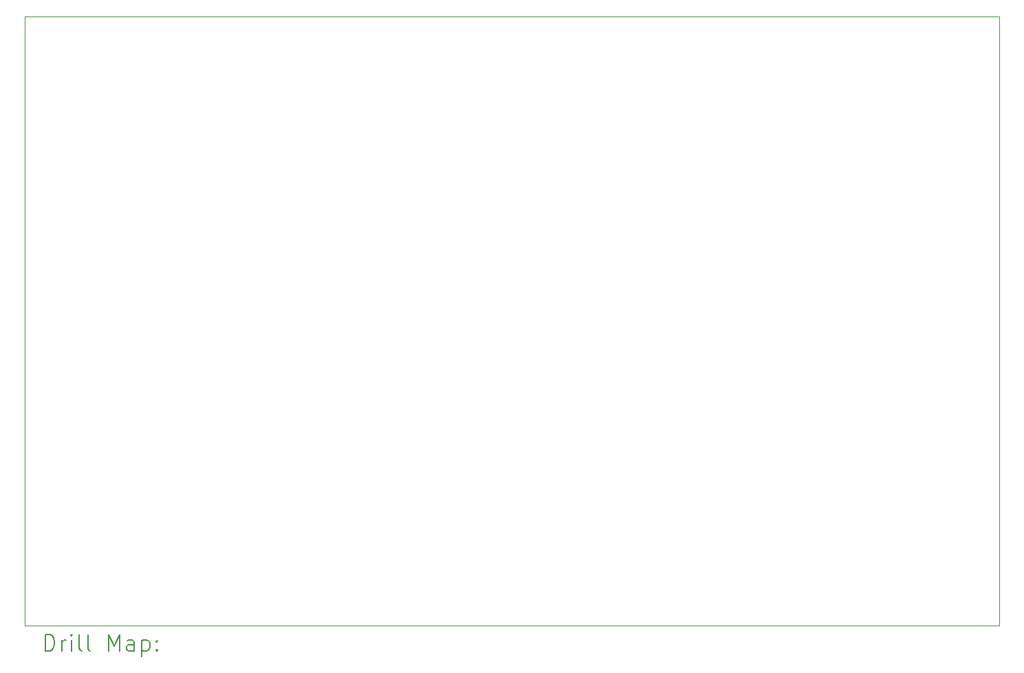
<source format=gbr>
%FSLAX45Y45*%
G04 Gerber Fmt 4.5, Leading zero omitted, Abs format (unit mm)*
G04 Created by KiCad (PCBNEW 6.0.2-378541a8eb~116~ubuntu20.04.1) date 2022-04-19 13:42:11*
%MOMM*%
%LPD*%
G01*
G04 APERTURE LIST*
%TA.AperFunction,Profile*%
%ADD10C,0.050000*%
%TD*%
%ADD11C,0.200000*%
G04 APERTURE END LIST*
D10*
X9000000Y-13000000D02*
X9000000Y-5500000D01*
X21000000Y-13000000D02*
X9000000Y-13000000D01*
X9000000Y-5500000D02*
X21000000Y-5500000D01*
X21000000Y-5500000D02*
X21000000Y-13000000D01*
D11*
X9255119Y-13312976D02*
X9255119Y-13112976D01*
X9302738Y-13112976D01*
X9331310Y-13122500D01*
X9350357Y-13141548D01*
X9359881Y-13160595D01*
X9369405Y-13198690D01*
X9369405Y-13227262D01*
X9359881Y-13265357D01*
X9350357Y-13284405D01*
X9331310Y-13303452D01*
X9302738Y-13312976D01*
X9255119Y-13312976D01*
X9455119Y-13312976D02*
X9455119Y-13179643D01*
X9455119Y-13217738D02*
X9464643Y-13198690D01*
X9474167Y-13189167D01*
X9493214Y-13179643D01*
X9512262Y-13179643D01*
X9578929Y-13312976D02*
X9578929Y-13179643D01*
X9578929Y-13112976D02*
X9569405Y-13122500D01*
X9578929Y-13132024D01*
X9588452Y-13122500D01*
X9578929Y-13112976D01*
X9578929Y-13132024D01*
X9702738Y-13312976D02*
X9683690Y-13303452D01*
X9674167Y-13284405D01*
X9674167Y-13112976D01*
X9807500Y-13312976D02*
X9788452Y-13303452D01*
X9778929Y-13284405D01*
X9778929Y-13112976D01*
X10036071Y-13312976D02*
X10036071Y-13112976D01*
X10102738Y-13255833D01*
X10169405Y-13112976D01*
X10169405Y-13312976D01*
X10350357Y-13312976D02*
X10350357Y-13208214D01*
X10340833Y-13189167D01*
X10321786Y-13179643D01*
X10283690Y-13179643D01*
X10264643Y-13189167D01*
X10350357Y-13303452D02*
X10331310Y-13312976D01*
X10283690Y-13312976D01*
X10264643Y-13303452D01*
X10255119Y-13284405D01*
X10255119Y-13265357D01*
X10264643Y-13246309D01*
X10283690Y-13236786D01*
X10331310Y-13236786D01*
X10350357Y-13227262D01*
X10445595Y-13179643D02*
X10445595Y-13379643D01*
X10445595Y-13189167D02*
X10464643Y-13179643D01*
X10502738Y-13179643D01*
X10521786Y-13189167D01*
X10531310Y-13198690D01*
X10540833Y-13217738D01*
X10540833Y-13274881D01*
X10531310Y-13293928D01*
X10521786Y-13303452D01*
X10502738Y-13312976D01*
X10464643Y-13312976D01*
X10445595Y-13303452D01*
X10626548Y-13293928D02*
X10636071Y-13303452D01*
X10626548Y-13312976D01*
X10617024Y-13303452D01*
X10626548Y-13293928D01*
X10626548Y-13312976D01*
X10626548Y-13189167D02*
X10636071Y-13198690D01*
X10626548Y-13208214D01*
X10617024Y-13198690D01*
X10626548Y-13189167D01*
X10626548Y-13208214D01*
M02*

</source>
